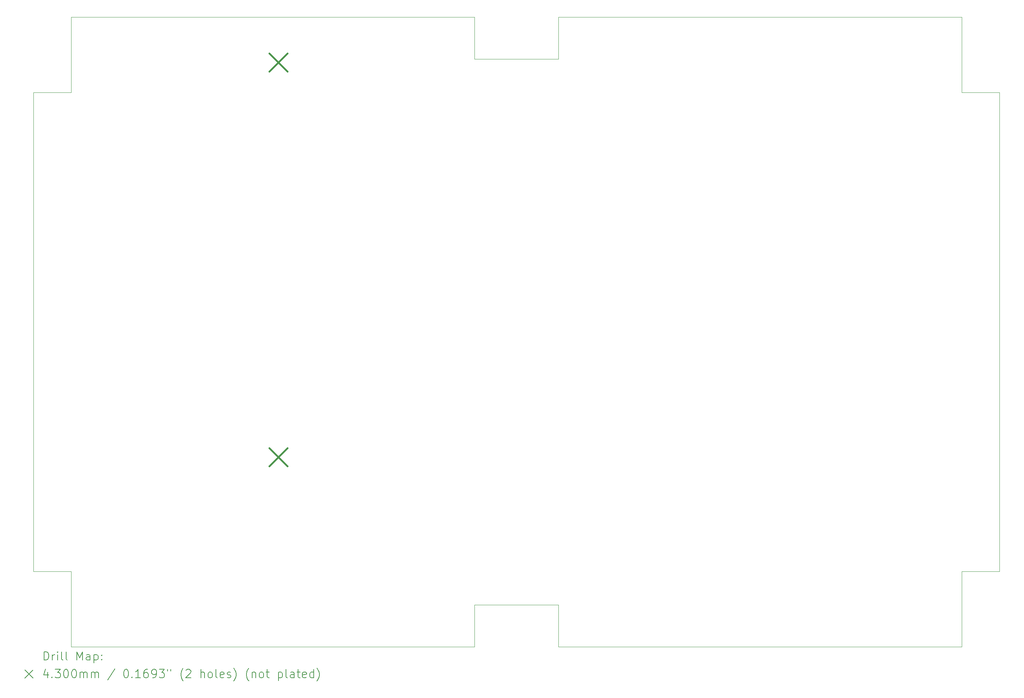
<source format=gbr>
%FSLAX45Y45*%
G04 Gerber Fmt 4.5, Leading zero omitted, Abs format (unit mm)*
G04 Created by KiCad (PCBNEW (6.0.0-0)) date 2022-10-14 11:14:02*
%MOMM*%
%LPD*%
G01*
G04 APERTURE LIST*
%TA.AperFunction,Profile*%
%ADD10C,0.100000*%
%TD*%
%ADD11C,0.200000*%
%ADD12C,0.430000*%
G04 APERTURE END LIST*
D10*
X15520000Y-1524000D02*
X25120000Y-1524000D01*
X3020000Y-14724000D02*
X3920000Y-14724000D01*
X13520000Y-2524000D02*
X15520000Y-2524000D01*
X25120000Y-16524000D02*
X25120000Y-14724000D01*
X13520000Y-15524000D02*
X15520000Y-15524000D01*
X25120000Y-14724000D02*
X26020000Y-14724000D01*
X26020000Y-3324000D02*
X26020000Y-14724000D01*
X15520000Y-1524000D02*
X15520000Y-2524000D01*
X25120000Y-3324000D02*
X25120000Y-1524000D01*
X15520000Y-15524000D02*
X15520000Y-16524000D01*
X3920000Y-16524000D02*
X3920000Y-14724000D01*
X25120000Y-3324000D02*
X26020000Y-3324000D01*
X13520000Y-16524000D02*
X3920000Y-16524000D01*
X3920000Y-1524000D02*
X13520000Y-1524000D01*
X25120000Y-16524000D02*
X15520000Y-16524000D01*
X13520000Y-1524000D02*
X13520000Y-2524000D01*
X3020000Y-14724000D02*
X3020000Y-3324000D01*
X13520000Y-15524000D02*
X13520000Y-16524000D01*
X3920000Y-1524000D02*
X3920000Y-3324000D01*
X3020000Y-3324000D02*
X3920000Y-3324000D01*
D11*
D12*
X8635000Y-2391000D02*
X9065000Y-2821000D01*
X9065000Y-2391000D02*
X8635000Y-2821000D01*
X8635000Y-11789000D02*
X9065000Y-12219000D01*
X9065000Y-11789000D02*
X8635000Y-12219000D01*
D11*
X3272619Y-16839476D02*
X3272619Y-16639476D01*
X3320238Y-16639476D01*
X3348809Y-16649000D01*
X3367857Y-16668048D01*
X3377381Y-16687095D01*
X3386905Y-16725190D01*
X3386905Y-16753762D01*
X3377381Y-16791857D01*
X3367857Y-16810905D01*
X3348809Y-16829952D01*
X3320238Y-16839476D01*
X3272619Y-16839476D01*
X3472619Y-16839476D02*
X3472619Y-16706143D01*
X3472619Y-16744238D02*
X3482143Y-16725190D01*
X3491667Y-16715667D01*
X3510714Y-16706143D01*
X3529762Y-16706143D01*
X3596428Y-16839476D02*
X3596428Y-16706143D01*
X3596428Y-16639476D02*
X3586905Y-16649000D01*
X3596428Y-16658524D01*
X3605952Y-16649000D01*
X3596428Y-16639476D01*
X3596428Y-16658524D01*
X3720238Y-16839476D02*
X3701190Y-16829952D01*
X3691667Y-16810905D01*
X3691667Y-16639476D01*
X3825000Y-16839476D02*
X3805952Y-16829952D01*
X3796428Y-16810905D01*
X3796428Y-16639476D01*
X4053571Y-16839476D02*
X4053571Y-16639476D01*
X4120238Y-16782333D01*
X4186905Y-16639476D01*
X4186905Y-16839476D01*
X4367857Y-16839476D02*
X4367857Y-16734714D01*
X4358333Y-16715667D01*
X4339286Y-16706143D01*
X4301190Y-16706143D01*
X4282143Y-16715667D01*
X4367857Y-16829952D02*
X4348810Y-16839476D01*
X4301190Y-16839476D01*
X4282143Y-16829952D01*
X4272619Y-16810905D01*
X4272619Y-16791857D01*
X4282143Y-16772809D01*
X4301190Y-16763286D01*
X4348810Y-16763286D01*
X4367857Y-16753762D01*
X4463095Y-16706143D02*
X4463095Y-16906143D01*
X4463095Y-16715667D02*
X4482143Y-16706143D01*
X4520238Y-16706143D01*
X4539286Y-16715667D01*
X4548810Y-16725190D01*
X4558333Y-16744238D01*
X4558333Y-16801381D01*
X4548810Y-16820429D01*
X4539286Y-16829952D01*
X4520238Y-16839476D01*
X4482143Y-16839476D01*
X4463095Y-16829952D01*
X4644048Y-16820429D02*
X4653571Y-16829952D01*
X4644048Y-16839476D01*
X4634524Y-16829952D01*
X4644048Y-16820429D01*
X4644048Y-16839476D01*
X4644048Y-16715667D02*
X4653571Y-16725190D01*
X4644048Y-16734714D01*
X4634524Y-16725190D01*
X4644048Y-16715667D01*
X4644048Y-16734714D01*
X2815000Y-17069000D02*
X3015000Y-17269000D01*
X3015000Y-17069000D02*
X2815000Y-17269000D01*
X3358333Y-17126143D02*
X3358333Y-17259476D01*
X3310714Y-17049952D02*
X3263095Y-17192810D01*
X3386905Y-17192810D01*
X3463095Y-17240429D02*
X3472619Y-17249952D01*
X3463095Y-17259476D01*
X3453571Y-17249952D01*
X3463095Y-17240429D01*
X3463095Y-17259476D01*
X3539286Y-17059476D02*
X3663095Y-17059476D01*
X3596428Y-17135667D01*
X3625000Y-17135667D01*
X3644048Y-17145190D01*
X3653571Y-17154714D01*
X3663095Y-17173762D01*
X3663095Y-17221381D01*
X3653571Y-17240429D01*
X3644048Y-17249952D01*
X3625000Y-17259476D01*
X3567857Y-17259476D01*
X3548809Y-17249952D01*
X3539286Y-17240429D01*
X3786905Y-17059476D02*
X3805952Y-17059476D01*
X3825000Y-17069000D01*
X3834524Y-17078524D01*
X3844048Y-17097571D01*
X3853571Y-17135667D01*
X3853571Y-17183286D01*
X3844048Y-17221381D01*
X3834524Y-17240429D01*
X3825000Y-17249952D01*
X3805952Y-17259476D01*
X3786905Y-17259476D01*
X3767857Y-17249952D01*
X3758333Y-17240429D01*
X3748809Y-17221381D01*
X3739286Y-17183286D01*
X3739286Y-17135667D01*
X3748809Y-17097571D01*
X3758333Y-17078524D01*
X3767857Y-17069000D01*
X3786905Y-17059476D01*
X3977381Y-17059476D02*
X3996428Y-17059476D01*
X4015476Y-17069000D01*
X4025000Y-17078524D01*
X4034524Y-17097571D01*
X4044048Y-17135667D01*
X4044048Y-17183286D01*
X4034524Y-17221381D01*
X4025000Y-17240429D01*
X4015476Y-17249952D01*
X3996428Y-17259476D01*
X3977381Y-17259476D01*
X3958333Y-17249952D01*
X3948809Y-17240429D01*
X3939286Y-17221381D01*
X3929762Y-17183286D01*
X3929762Y-17135667D01*
X3939286Y-17097571D01*
X3948809Y-17078524D01*
X3958333Y-17069000D01*
X3977381Y-17059476D01*
X4129762Y-17259476D02*
X4129762Y-17126143D01*
X4129762Y-17145190D02*
X4139286Y-17135667D01*
X4158333Y-17126143D01*
X4186905Y-17126143D01*
X4205952Y-17135667D01*
X4215476Y-17154714D01*
X4215476Y-17259476D01*
X4215476Y-17154714D02*
X4225000Y-17135667D01*
X4244048Y-17126143D01*
X4272619Y-17126143D01*
X4291667Y-17135667D01*
X4301190Y-17154714D01*
X4301190Y-17259476D01*
X4396429Y-17259476D02*
X4396429Y-17126143D01*
X4396429Y-17145190D02*
X4405952Y-17135667D01*
X4425000Y-17126143D01*
X4453571Y-17126143D01*
X4472619Y-17135667D01*
X4482143Y-17154714D01*
X4482143Y-17259476D01*
X4482143Y-17154714D02*
X4491667Y-17135667D01*
X4510714Y-17126143D01*
X4539286Y-17126143D01*
X4558333Y-17135667D01*
X4567857Y-17154714D01*
X4567857Y-17259476D01*
X4958333Y-17049952D02*
X4786905Y-17307095D01*
X5215476Y-17059476D02*
X5234524Y-17059476D01*
X5253571Y-17069000D01*
X5263095Y-17078524D01*
X5272619Y-17097571D01*
X5282143Y-17135667D01*
X5282143Y-17183286D01*
X5272619Y-17221381D01*
X5263095Y-17240429D01*
X5253571Y-17249952D01*
X5234524Y-17259476D01*
X5215476Y-17259476D01*
X5196429Y-17249952D01*
X5186905Y-17240429D01*
X5177381Y-17221381D01*
X5167857Y-17183286D01*
X5167857Y-17135667D01*
X5177381Y-17097571D01*
X5186905Y-17078524D01*
X5196429Y-17069000D01*
X5215476Y-17059476D01*
X5367857Y-17240429D02*
X5377381Y-17249952D01*
X5367857Y-17259476D01*
X5358333Y-17249952D01*
X5367857Y-17240429D01*
X5367857Y-17259476D01*
X5567857Y-17259476D02*
X5453571Y-17259476D01*
X5510714Y-17259476D02*
X5510714Y-17059476D01*
X5491667Y-17088048D01*
X5472619Y-17107095D01*
X5453571Y-17116619D01*
X5739286Y-17059476D02*
X5701190Y-17059476D01*
X5682143Y-17069000D01*
X5672619Y-17078524D01*
X5653571Y-17107095D01*
X5644048Y-17145190D01*
X5644048Y-17221381D01*
X5653571Y-17240429D01*
X5663095Y-17249952D01*
X5682143Y-17259476D01*
X5720238Y-17259476D01*
X5739286Y-17249952D01*
X5748809Y-17240429D01*
X5758333Y-17221381D01*
X5758333Y-17173762D01*
X5748809Y-17154714D01*
X5739286Y-17145190D01*
X5720238Y-17135667D01*
X5682143Y-17135667D01*
X5663095Y-17145190D01*
X5653571Y-17154714D01*
X5644048Y-17173762D01*
X5853571Y-17259476D02*
X5891667Y-17259476D01*
X5910714Y-17249952D01*
X5920238Y-17240429D01*
X5939286Y-17211857D01*
X5948809Y-17173762D01*
X5948809Y-17097571D01*
X5939286Y-17078524D01*
X5929762Y-17069000D01*
X5910714Y-17059476D01*
X5872619Y-17059476D01*
X5853571Y-17069000D01*
X5844048Y-17078524D01*
X5834524Y-17097571D01*
X5834524Y-17145190D01*
X5844048Y-17164238D01*
X5853571Y-17173762D01*
X5872619Y-17183286D01*
X5910714Y-17183286D01*
X5929762Y-17173762D01*
X5939286Y-17164238D01*
X5948809Y-17145190D01*
X6015476Y-17059476D02*
X6139286Y-17059476D01*
X6072619Y-17135667D01*
X6101190Y-17135667D01*
X6120238Y-17145190D01*
X6129762Y-17154714D01*
X6139286Y-17173762D01*
X6139286Y-17221381D01*
X6129762Y-17240429D01*
X6120238Y-17249952D01*
X6101190Y-17259476D01*
X6044048Y-17259476D01*
X6025000Y-17249952D01*
X6015476Y-17240429D01*
X6215476Y-17059476D02*
X6215476Y-17097571D01*
X6291667Y-17059476D02*
X6291667Y-17097571D01*
X6586905Y-17335667D02*
X6577381Y-17326143D01*
X6558333Y-17297571D01*
X6548809Y-17278524D01*
X6539286Y-17249952D01*
X6529762Y-17202333D01*
X6529762Y-17164238D01*
X6539286Y-17116619D01*
X6548809Y-17088048D01*
X6558333Y-17069000D01*
X6577381Y-17040429D01*
X6586905Y-17030905D01*
X6653571Y-17078524D02*
X6663095Y-17069000D01*
X6682143Y-17059476D01*
X6729762Y-17059476D01*
X6748809Y-17069000D01*
X6758333Y-17078524D01*
X6767857Y-17097571D01*
X6767857Y-17116619D01*
X6758333Y-17145190D01*
X6644048Y-17259476D01*
X6767857Y-17259476D01*
X7005952Y-17259476D02*
X7005952Y-17059476D01*
X7091667Y-17259476D02*
X7091667Y-17154714D01*
X7082143Y-17135667D01*
X7063095Y-17126143D01*
X7034524Y-17126143D01*
X7015476Y-17135667D01*
X7005952Y-17145190D01*
X7215476Y-17259476D02*
X7196428Y-17249952D01*
X7186905Y-17240429D01*
X7177381Y-17221381D01*
X7177381Y-17164238D01*
X7186905Y-17145190D01*
X7196428Y-17135667D01*
X7215476Y-17126143D01*
X7244048Y-17126143D01*
X7263095Y-17135667D01*
X7272619Y-17145190D01*
X7282143Y-17164238D01*
X7282143Y-17221381D01*
X7272619Y-17240429D01*
X7263095Y-17249952D01*
X7244048Y-17259476D01*
X7215476Y-17259476D01*
X7396428Y-17259476D02*
X7377381Y-17249952D01*
X7367857Y-17230905D01*
X7367857Y-17059476D01*
X7548809Y-17249952D02*
X7529762Y-17259476D01*
X7491667Y-17259476D01*
X7472619Y-17249952D01*
X7463095Y-17230905D01*
X7463095Y-17154714D01*
X7472619Y-17135667D01*
X7491667Y-17126143D01*
X7529762Y-17126143D01*
X7548809Y-17135667D01*
X7558333Y-17154714D01*
X7558333Y-17173762D01*
X7463095Y-17192810D01*
X7634524Y-17249952D02*
X7653571Y-17259476D01*
X7691667Y-17259476D01*
X7710714Y-17249952D01*
X7720238Y-17230905D01*
X7720238Y-17221381D01*
X7710714Y-17202333D01*
X7691667Y-17192810D01*
X7663095Y-17192810D01*
X7644048Y-17183286D01*
X7634524Y-17164238D01*
X7634524Y-17154714D01*
X7644048Y-17135667D01*
X7663095Y-17126143D01*
X7691667Y-17126143D01*
X7710714Y-17135667D01*
X7786905Y-17335667D02*
X7796428Y-17326143D01*
X7815476Y-17297571D01*
X7825000Y-17278524D01*
X7834524Y-17249952D01*
X7844048Y-17202333D01*
X7844048Y-17164238D01*
X7834524Y-17116619D01*
X7825000Y-17088048D01*
X7815476Y-17069000D01*
X7796428Y-17040429D01*
X7786905Y-17030905D01*
X8148809Y-17335667D02*
X8139286Y-17326143D01*
X8120238Y-17297571D01*
X8110714Y-17278524D01*
X8101190Y-17249952D01*
X8091667Y-17202333D01*
X8091667Y-17164238D01*
X8101190Y-17116619D01*
X8110714Y-17088048D01*
X8120238Y-17069000D01*
X8139286Y-17040429D01*
X8148809Y-17030905D01*
X8225000Y-17126143D02*
X8225000Y-17259476D01*
X8225000Y-17145190D02*
X8234524Y-17135667D01*
X8253571Y-17126143D01*
X8282143Y-17126143D01*
X8301190Y-17135667D01*
X8310714Y-17154714D01*
X8310714Y-17259476D01*
X8434524Y-17259476D02*
X8415476Y-17249952D01*
X8405952Y-17240429D01*
X8396429Y-17221381D01*
X8396429Y-17164238D01*
X8405952Y-17145190D01*
X8415476Y-17135667D01*
X8434524Y-17126143D01*
X8463095Y-17126143D01*
X8482143Y-17135667D01*
X8491667Y-17145190D01*
X8501190Y-17164238D01*
X8501190Y-17221381D01*
X8491667Y-17240429D01*
X8482143Y-17249952D01*
X8463095Y-17259476D01*
X8434524Y-17259476D01*
X8558333Y-17126143D02*
X8634524Y-17126143D01*
X8586905Y-17059476D02*
X8586905Y-17230905D01*
X8596429Y-17249952D01*
X8615476Y-17259476D01*
X8634524Y-17259476D01*
X8853571Y-17126143D02*
X8853571Y-17326143D01*
X8853571Y-17135667D02*
X8872619Y-17126143D01*
X8910714Y-17126143D01*
X8929762Y-17135667D01*
X8939286Y-17145190D01*
X8948810Y-17164238D01*
X8948810Y-17221381D01*
X8939286Y-17240429D01*
X8929762Y-17249952D01*
X8910714Y-17259476D01*
X8872619Y-17259476D01*
X8853571Y-17249952D01*
X9063095Y-17259476D02*
X9044048Y-17249952D01*
X9034524Y-17230905D01*
X9034524Y-17059476D01*
X9225000Y-17259476D02*
X9225000Y-17154714D01*
X9215476Y-17135667D01*
X9196429Y-17126143D01*
X9158333Y-17126143D01*
X9139286Y-17135667D01*
X9225000Y-17249952D02*
X9205952Y-17259476D01*
X9158333Y-17259476D01*
X9139286Y-17249952D01*
X9129762Y-17230905D01*
X9129762Y-17211857D01*
X9139286Y-17192810D01*
X9158333Y-17183286D01*
X9205952Y-17183286D01*
X9225000Y-17173762D01*
X9291667Y-17126143D02*
X9367857Y-17126143D01*
X9320238Y-17059476D02*
X9320238Y-17230905D01*
X9329762Y-17249952D01*
X9348810Y-17259476D01*
X9367857Y-17259476D01*
X9510714Y-17249952D02*
X9491667Y-17259476D01*
X9453571Y-17259476D01*
X9434524Y-17249952D01*
X9425000Y-17230905D01*
X9425000Y-17154714D01*
X9434524Y-17135667D01*
X9453571Y-17126143D01*
X9491667Y-17126143D01*
X9510714Y-17135667D01*
X9520238Y-17154714D01*
X9520238Y-17173762D01*
X9425000Y-17192810D01*
X9691667Y-17259476D02*
X9691667Y-17059476D01*
X9691667Y-17249952D02*
X9672619Y-17259476D01*
X9634524Y-17259476D01*
X9615476Y-17249952D01*
X9605952Y-17240429D01*
X9596429Y-17221381D01*
X9596429Y-17164238D01*
X9605952Y-17145190D01*
X9615476Y-17135667D01*
X9634524Y-17126143D01*
X9672619Y-17126143D01*
X9691667Y-17135667D01*
X9767857Y-17335667D02*
X9777381Y-17326143D01*
X9796429Y-17297571D01*
X9805952Y-17278524D01*
X9815476Y-17249952D01*
X9825000Y-17202333D01*
X9825000Y-17164238D01*
X9815476Y-17116619D01*
X9805952Y-17088048D01*
X9796429Y-17069000D01*
X9777381Y-17040429D01*
X9767857Y-17030905D01*
M02*

</source>
